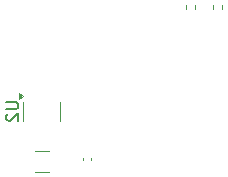
<source format=gbr>
%TF.GenerationSoftware,KiCad,Pcbnew,9.0.1*%
%TF.CreationDate,2025-07-21T18:30:37+01:00*%
%TF.ProjectId,rp2040-literal-bare-minimum,72703230-3430-42d6-9c69-746572616c2d,rev?*%
%TF.SameCoordinates,PX3922770PY49f2aa0*%
%TF.FileFunction,Legend,Bot*%
%TF.FilePolarity,Positive*%
%FSLAX46Y46*%
G04 Gerber Fmt 4.6, Leading zero omitted, Abs format (unit mm)*
G04 Created by KiCad (PCBNEW 9.0.1) date 2025-07-21 18:30:37*
%MOMM*%
%LPD*%
G01*
G04 APERTURE LIST*
%ADD10C,0.150000*%
%ADD11C,0.120000*%
G04 APERTURE END LIST*
D10*
X17359819Y10684405D02*
X18169342Y10684405D01*
X18169342Y10684405D02*
X18264580Y10636786D01*
X18264580Y10636786D02*
X18312200Y10589167D01*
X18312200Y10589167D02*
X18359819Y10493929D01*
X18359819Y10493929D02*
X18359819Y10303453D01*
X18359819Y10303453D02*
X18312200Y10208215D01*
X18312200Y10208215D02*
X18264580Y10160596D01*
X18264580Y10160596D02*
X18169342Y10112977D01*
X18169342Y10112977D02*
X17359819Y10112977D01*
X17455057Y9684405D02*
X17407438Y9636786D01*
X17407438Y9636786D02*
X17359819Y9541548D01*
X17359819Y9541548D02*
X17359819Y9303453D01*
X17359819Y9303453D02*
X17407438Y9208215D01*
X17407438Y9208215D02*
X17455057Y9160596D01*
X17455057Y9160596D02*
X17550295Y9112977D01*
X17550295Y9112977D02*
X17645533Y9112977D01*
X17645533Y9112977D02*
X17788390Y9160596D01*
X17788390Y9160596D02*
X18359819Y9732024D01*
X18359819Y9732024D02*
X18359819Y9112977D01*
D11*
%TO.C,R2*%
X34842500Y18871141D02*
X34842500Y18563859D01*
X35602500Y18871141D02*
X35602500Y18563859D01*
%TO.C,R1*%
X32567500Y18901141D02*
X32567500Y18593859D01*
X33327500Y18901141D02*
X33327500Y18593859D01*
%TO.C,C1*%
X23822500Y5975336D02*
X23822500Y5759664D01*
X24542500Y5975336D02*
X24542500Y5759664D01*
%TO.C,U2*%
X18745000Y9922500D02*
X18745000Y10722500D01*
X18745000Y9922500D02*
X18745000Y9122500D01*
X21865000Y9922500D02*
X21865000Y10722500D01*
X21865000Y9922500D02*
X21865000Y9122500D01*
X18795000Y11222500D02*
X18465000Y10982500D01*
X18465000Y11462500D01*
X18795000Y11222500D01*
G36*
X18795000Y11222500D02*
G01*
X18465000Y10982500D01*
X18465000Y11462500D01*
X18795000Y11222500D01*
G37*
%TO.C,F1*%
X19805436Y6587500D02*
X21009564Y6587500D01*
X19805436Y4767500D02*
X21009564Y4767500D01*
%TD*%
M02*

</source>
